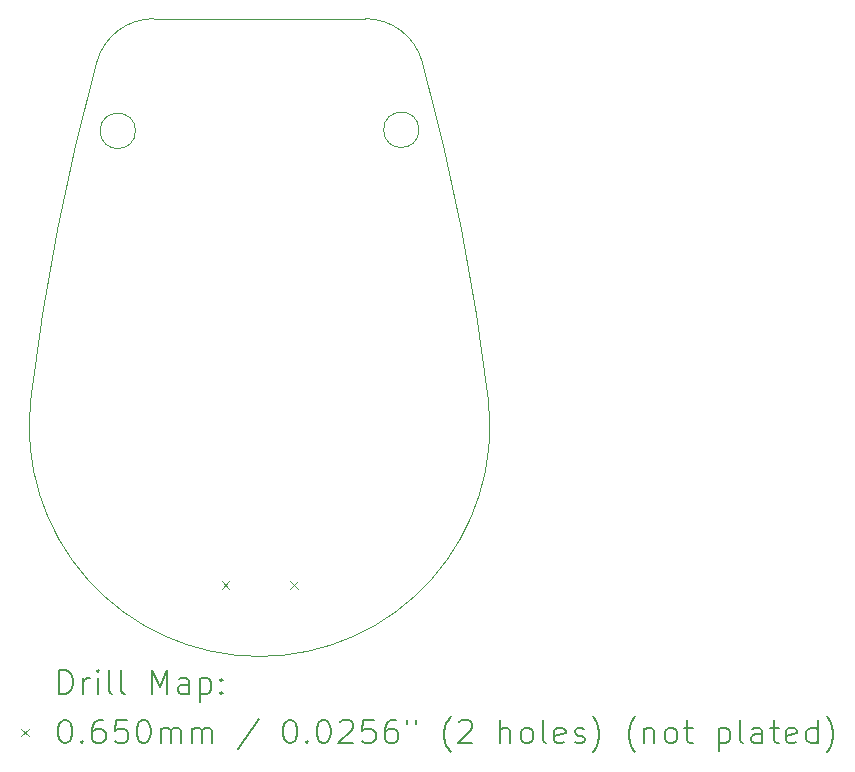
<source format=gbr>
%TF.GenerationSoftware,KiCad,Pcbnew,8.0.4*%
%TF.CreationDate,2024-08-11T09:47:10+05:30*%
%TF.ProjectId,Wrkshp_PCB_test,57726b73-6870-45f5-9043-425f74657374,rev?*%
%TF.SameCoordinates,Original*%
%TF.FileFunction,Drillmap*%
%TF.FilePolarity,Positive*%
%FSLAX45Y45*%
G04 Gerber Fmt 4.5, Leading zero omitted, Abs format (unit mm)*
G04 Created by KiCad (PCBNEW 8.0.4) date 2024-08-11 09:47:10*
%MOMM*%
%LPD*%
G01*
G04 APERTURE LIST*
%ADD10C,0.100000*%
%ADD11C,0.200000*%
G04 APERTURE END LIST*
D10*
X15696025Y-6884256D02*
G75*
G02*
X16254040Y-9733505I-19001131J-5200569D01*
G01*
X16254040Y-9733505D02*
G75*
G02*
X12381920Y-9733505I-1936060J-232745D01*
G01*
X13267980Y-7466250D02*
G75*
G02*
X12967980Y-7466250I-150000J0D01*
G01*
X12967980Y-7466250D02*
G75*
G02*
X13267980Y-7466250I150000J0D01*
G01*
X15213762Y-6516250D02*
G75*
G02*
X15696023Y-6884256I-2J-500000D01*
G01*
X15213762Y-6516250D02*
X13422198Y-6516250D01*
X15667980Y-7457500D02*
G75*
G02*
X15367980Y-7457500I-150000J0D01*
G01*
X15367980Y-7457500D02*
G75*
G02*
X15667980Y-7457500I150000J0D01*
G01*
X12939935Y-6884256D02*
G75*
G02*
X13422198Y-6516248I482265J-131994D01*
G01*
X12381920Y-9733505D02*
G75*
G02*
X12939934Y-6884255I19559150J-2351315D01*
G01*
D11*
D10*
X13996480Y-11281780D02*
X14061480Y-11346780D01*
X14061480Y-11281780D02*
X13996480Y-11346780D01*
X14574480Y-11281780D02*
X14639480Y-11346780D01*
X14639480Y-11281780D02*
X14574480Y-11346780D01*
D11*
X12623757Y-12232734D02*
X12623757Y-12032734D01*
X12623757Y-12032734D02*
X12671376Y-12032734D01*
X12671376Y-12032734D02*
X12699947Y-12042258D01*
X12699947Y-12042258D02*
X12718995Y-12061305D01*
X12718995Y-12061305D02*
X12728519Y-12080353D01*
X12728519Y-12080353D02*
X12738042Y-12118448D01*
X12738042Y-12118448D02*
X12738042Y-12147019D01*
X12738042Y-12147019D02*
X12728519Y-12185115D01*
X12728519Y-12185115D02*
X12718995Y-12204162D01*
X12718995Y-12204162D02*
X12699947Y-12223210D01*
X12699947Y-12223210D02*
X12671376Y-12232734D01*
X12671376Y-12232734D02*
X12623757Y-12232734D01*
X12823757Y-12232734D02*
X12823757Y-12099400D01*
X12823757Y-12137496D02*
X12833281Y-12118448D01*
X12833281Y-12118448D02*
X12842804Y-12108924D01*
X12842804Y-12108924D02*
X12861852Y-12099400D01*
X12861852Y-12099400D02*
X12880900Y-12099400D01*
X12947566Y-12232734D02*
X12947566Y-12099400D01*
X12947566Y-12032734D02*
X12938042Y-12042258D01*
X12938042Y-12042258D02*
X12947566Y-12051781D01*
X12947566Y-12051781D02*
X12957090Y-12042258D01*
X12957090Y-12042258D02*
X12947566Y-12032734D01*
X12947566Y-12032734D02*
X12947566Y-12051781D01*
X13071376Y-12232734D02*
X13052328Y-12223210D01*
X13052328Y-12223210D02*
X13042804Y-12204162D01*
X13042804Y-12204162D02*
X13042804Y-12032734D01*
X13176138Y-12232734D02*
X13157090Y-12223210D01*
X13157090Y-12223210D02*
X13147566Y-12204162D01*
X13147566Y-12204162D02*
X13147566Y-12032734D01*
X13404709Y-12232734D02*
X13404709Y-12032734D01*
X13404709Y-12032734D02*
X13471376Y-12175591D01*
X13471376Y-12175591D02*
X13538042Y-12032734D01*
X13538042Y-12032734D02*
X13538042Y-12232734D01*
X13718995Y-12232734D02*
X13718995Y-12127972D01*
X13718995Y-12127972D02*
X13709471Y-12108924D01*
X13709471Y-12108924D02*
X13690423Y-12099400D01*
X13690423Y-12099400D02*
X13652328Y-12099400D01*
X13652328Y-12099400D02*
X13633281Y-12108924D01*
X13718995Y-12223210D02*
X13699947Y-12232734D01*
X13699947Y-12232734D02*
X13652328Y-12232734D01*
X13652328Y-12232734D02*
X13633281Y-12223210D01*
X13633281Y-12223210D02*
X13623757Y-12204162D01*
X13623757Y-12204162D02*
X13623757Y-12185115D01*
X13623757Y-12185115D02*
X13633281Y-12166067D01*
X13633281Y-12166067D02*
X13652328Y-12156543D01*
X13652328Y-12156543D02*
X13699947Y-12156543D01*
X13699947Y-12156543D02*
X13718995Y-12147019D01*
X13814233Y-12099400D02*
X13814233Y-12299400D01*
X13814233Y-12108924D02*
X13833281Y-12099400D01*
X13833281Y-12099400D02*
X13871376Y-12099400D01*
X13871376Y-12099400D02*
X13890423Y-12108924D01*
X13890423Y-12108924D02*
X13899947Y-12118448D01*
X13899947Y-12118448D02*
X13909471Y-12137496D01*
X13909471Y-12137496D02*
X13909471Y-12194638D01*
X13909471Y-12194638D02*
X13899947Y-12213686D01*
X13899947Y-12213686D02*
X13890423Y-12223210D01*
X13890423Y-12223210D02*
X13871376Y-12232734D01*
X13871376Y-12232734D02*
X13833281Y-12232734D01*
X13833281Y-12232734D02*
X13814233Y-12223210D01*
X13995185Y-12213686D02*
X14004709Y-12223210D01*
X14004709Y-12223210D02*
X13995185Y-12232734D01*
X13995185Y-12232734D02*
X13985662Y-12223210D01*
X13985662Y-12223210D02*
X13995185Y-12213686D01*
X13995185Y-12213686D02*
X13995185Y-12232734D01*
X13995185Y-12108924D02*
X14004709Y-12118448D01*
X14004709Y-12118448D02*
X13995185Y-12127972D01*
X13995185Y-12127972D02*
X13985662Y-12118448D01*
X13985662Y-12118448D02*
X13995185Y-12108924D01*
X13995185Y-12108924D02*
X13995185Y-12127972D01*
D10*
X12297980Y-12528750D02*
X12362980Y-12593750D01*
X12362980Y-12528750D02*
X12297980Y-12593750D01*
D11*
X12661852Y-12452734D02*
X12680900Y-12452734D01*
X12680900Y-12452734D02*
X12699947Y-12462258D01*
X12699947Y-12462258D02*
X12709471Y-12471781D01*
X12709471Y-12471781D02*
X12718995Y-12490829D01*
X12718995Y-12490829D02*
X12728519Y-12528924D01*
X12728519Y-12528924D02*
X12728519Y-12576543D01*
X12728519Y-12576543D02*
X12718995Y-12614638D01*
X12718995Y-12614638D02*
X12709471Y-12633686D01*
X12709471Y-12633686D02*
X12699947Y-12643210D01*
X12699947Y-12643210D02*
X12680900Y-12652734D01*
X12680900Y-12652734D02*
X12661852Y-12652734D01*
X12661852Y-12652734D02*
X12642804Y-12643210D01*
X12642804Y-12643210D02*
X12633281Y-12633686D01*
X12633281Y-12633686D02*
X12623757Y-12614638D01*
X12623757Y-12614638D02*
X12614233Y-12576543D01*
X12614233Y-12576543D02*
X12614233Y-12528924D01*
X12614233Y-12528924D02*
X12623757Y-12490829D01*
X12623757Y-12490829D02*
X12633281Y-12471781D01*
X12633281Y-12471781D02*
X12642804Y-12462258D01*
X12642804Y-12462258D02*
X12661852Y-12452734D01*
X12814233Y-12633686D02*
X12823757Y-12643210D01*
X12823757Y-12643210D02*
X12814233Y-12652734D01*
X12814233Y-12652734D02*
X12804709Y-12643210D01*
X12804709Y-12643210D02*
X12814233Y-12633686D01*
X12814233Y-12633686D02*
X12814233Y-12652734D01*
X12995185Y-12452734D02*
X12957090Y-12452734D01*
X12957090Y-12452734D02*
X12938042Y-12462258D01*
X12938042Y-12462258D02*
X12928519Y-12471781D01*
X12928519Y-12471781D02*
X12909471Y-12500353D01*
X12909471Y-12500353D02*
X12899947Y-12538448D01*
X12899947Y-12538448D02*
X12899947Y-12614638D01*
X12899947Y-12614638D02*
X12909471Y-12633686D01*
X12909471Y-12633686D02*
X12918995Y-12643210D01*
X12918995Y-12643210D02*
X12938042Y-12652734D01*
X12938042Y-12652734D02*
X12976138Y-12652734D01*
X12976138Y-12652734D02*
X12995185Y-12643210D01*
X12995185Y-12643210D02*
X13004709Y-12633686D01*
X13004709Y-12633686D02*
X13014233Y-12614638D01*
X13014233Y-12614638D02*
X13014233Y-12567019D01*
X13014233Y-12567019D02*
X13004709Y-12547972D01*
X13004709Y-12547972D02*
X12995185Y-12538448D01*
X12995185Y-12538448D02*
X12976138Y-12528924D01*
X12976138Y-12528924D02*
X12938042Y-12528924D01*
X12938042Y-12528924D02*
X12918995Y-12538448D01*
X12918995Y-12538448D02*
X12909471Y-12547972D01*
X12909471Y-12547972D02*
X12899947Y-12567019D01*
X13195185Y-12452734D02*
X13099947Y-12452734D01*
X13099947Y-12452734D02*
X13090423Y-12547972D01*
X13090423Y-12547972D02*
X13099947Y-12538448D01*
X13099947Y-12538448D02*
X13118995Y-12528924D01*
X13118995Y-12528924D02*
X13166614Y-12528924D01*
X13166614Y-12528924D02*
X13185662Y-12538448D01*
X13185662Y-12538448D02*
X13195185Y-12547972D01*
X13195185Y-12547972D02*
X13204709Y-12567019D01*
X13204709Y-12567019D02*
X13204709Y-12614638D01*
X13204709Y-12614638D02*
X13195185Y-12633686D01*
X13195185Y-12633686D02*
X13185662Y-12643210D01*
X13185662Y-12643210D02*
X13166614Y-12652734D01*
X13166614Y-12652734D02*
X13118995Y-12652734D01*
X13118995Y-12652734D02*
X13099947Y-12643210D01*
X13099947Y-12643210D02*
X13090423Y-12633686D01*
X13328519Y-12452734D02*
X13347566Y-12452734D01*
X13347566Y-12452734D02*
X13366614Y-12462258D01*
X13366614Y-12462258D02*
X13376138Y-12471781D01*
X13376138Y-12471781D02*
X13385662Y-12490829D01*
X13385662Y-12490829D02*
X13395185Y-12528924D01*
X13395185Y-12528924D02*
X13395185Y-12576543D01*
X13395185Y-12576543D02*
X13385662Y-12614638D01*
X13385662Y-12614638D02*
X13376138Y-12633686D01*
X13376138Y-12633686D02*
X13366614Y-12643210D01*
X13366614Y-12643210D02*
X13347566Y-12652734D01*
X13347566Y-12652734D02*
X13328519Y-12652734D01*
X13328519Y-12652734D02*
X13309471Y-12643210D01*
X13309471Y-12643210D02*
X13299947Y-12633686D01*
X13299947Y-12633686D02*
X13290423Y-12614638D01*
X13290423Y-12614638D02*
X13280900Y-12576543D01*
X13280900Y-12576543D02*
X13280900Y-12528924D01*
X13280900Y-12528924D02*
X13290423Y-12490829D01*
X13290423Y-12490829D02*
X13299947Y-12471781D01*
X13299947Y-12471781D02*
X13309471Y-12462258D01*
X13309471Y-12462258D02*
X13328519Y-12452734D01*
X13480900Y-12652734D02*
X13480900Y-12519400D01*
X13480900Y-12538448D02*
X13490423Y-12528924D01*
X13490423Y-12528924D02*
X13509471Y-12519400D01*
X13509471Y-12519400D02*
X13538043Y-12519400D01*
X13538043Y-12519400D02*
X13557090Y-12528924D01*
X13557090Y-12528924D02*
X13566614Y-12547972D01*
X13566614Y-12547972D02*
X13566614Y-12652734D01*
X13566614Y-12547972D02*
X13576138Y-12528924D01*
X13576138Y-12528924D02*
X13595185Y-12519400D01*
X13595185Y-12519400D02*
X13623757Y-12519400D01*
X13623757Y-12519400D02*
X13642804Y-12528924D01*
X13642804Y-12528924D02*
X13652328Y-12547972D01*
X13652328Y-12547972D02*
X13652328Y-12652734D01*
X13747566Y-12652734D02*
X13747566Y-12519400D01*
X13747566Y-12538448D02*
X13757090Y-12528924D01*
X13757090Y-12528924D02*
X13776138Y-12519400D01*
X13776138Y-12519400D02*
X13804709Y-12519400D01*
X13804709Y-12519400D02*
X13823757Y-12528924D01*
X13823757Y-12528924D02*
X13833281Y-12547972D01*
X13833281Y-12547972D02*
X13833281Y-12652734D01*
X13833281Y-12547972D02*
X13842804Y-12528924D01*
X13842804Y-12528924D02*
X13861852Y-12519400D01*
X13861852Y-12519400D02*
X13890423Y-12519400D01*
X13890423Y-12519400D02*
X13909471Y-12528924D01*
X13909471Y-12528924D02*
X13918995Y-12547972D01*
X13918995Y-12547972D02*
X13918995Y-12652734D01*
X14309471Y-12443210D02*
X14138043Y-12700353D01*
X14566614Y-12452734D02*
X14585662Y-12452734D01*
X14585662Y-12452734D02*
X14604709Y-12462258D01*
X14604709Y-12462258D02*
X14614233Y-12471781D01*
X14614233Y-12471781D02*
X14623757Y-12490829D01*
X14623757Y-12490829D02*
X14633281Y-12528924D01*
X14633281Y-12528924D02*
X14633281Y-12576543D01*
X14633281Y-12576543D02*
X14623757Y-12614638D01*
X14623757Y-12614638D02*
X14614233Y-12633686D01*
X14614233Y-12633686D02*
X14604709Y-12643210D01*
X14604709Y-12643210D02*
X14585662Y-12652734D01*
X14585662Y-12652734D02*
X14566614Y-12652734D01*
X14566614Y-12652734D02*
X14547566Y-12643210D01*
X14547566Y-12643210D02*
X14538043Y-12633686D01*
X14538043Y-12633686D02*
X14528519Y-12614638D01*
X14528519Y-12614638D02*
X14518995Y-12576543D01*
X14518995Y-12576543D02*
X14518995Y-12528924D01*
X14518995Y-12528924D02*
X14528519Y-12490829D01*
X14528519Y-12490829D02*
X14538043Y-12471781D01*
X14538043Y-12471781D02*
X14547566Y-12462258D01*
X14547566Y-12462258D02*
X14566614Y-12452734D01*
X14718995Y-12633686D02*
X14728519Y-12643210D01*
X14728519Y-12643210D02*
X14718995Y-12652734D01*
X14718995Y-12652734D02*
X14709471Y-12643210D01*
X14709471Y-12643210D02*
X14718995Y-12633686D01*
X14718995Y-12633686D02*
X14718995Y-12652734D01*
X14852328Y-12452734D02*
X14871376Y-12452734D01*
X14871376Y-12452734D02*
X14890424Y-12462258D01*
X14890424Y-12462258D02*
X14899947Y-12471781D01*
X14899947Y-12471781D02*
X14909471Y-12490829D01*
X14909471Y-12490829D02*
X14918995Y-12528924D01*
X14918995Y-12528924D02*
X14918995Y-12576543D01*
X14918995Y-12576543D02*
X14909471Y-12614638D01*
X14909471Y-12614638D02*
X14899947Y-12633686D01*
X14899947Y-12633686D02*
X14890424Y-12643210D01*
X14890424Y-12643210D02*
X14871376Y-12652734D01*
X14871376Y-12652734D02*
X14852328Y-12652734D01*
X14852328Y-12652734D02*
X14833281Y-12643210D01*
X14833281Y-12643210D02*
X14823757Y-12633686D01*
X14823757Y-12633686D02*
X14814233Y-12614638D01*
X14814233Y-12614638D02*
X14804709Y-12576543D01*
X14804709Y-12576543D02*
X14804709Y-12528924D01*
X14804709Y-12528924D02*
X14814233Y-12490829D01*
X14814233Y-12490829D02*
X14823757Y-12471781D01*
X14823757Y-12471781D02*
X14833281Y-12462258D01*
X14833281Y-12462258D02*
X14852328Y-12452734D01*
X14995186Y-12471781D02*
X15004709Y-12462258D01*
X15004709Y-12462258D02*
X15023757Y-12452734D01*
X15023757Y-12452734D02*
X15071376Y-12452734D01*
X15071376Y-12452734D02*
X15090424Y-12462258D01*
X15090424Y-12462258D02*
X15099947Y-12471781D01*
X15099947Y-12471781D02*
X15109471Y-12490829D01*
X15109471Y-12490829D02*
X15109471Y-12509877D01*
X15109471Y-12509877D02*
X15099947Y-12538448D01*
X15099947Y-12538448D02*
X14985662Y-12652734D01*
X14985662Y-12652734D02*
X15109471Y-12652734D01*
X15290424Y-12452734D02*
X15195186Y-12452734D01*
X15195186Y-12452734D02*
X15185662Y-12547972D01*
X15185662Y-12547972D02*
X15195186Y-12538448D01*
X15195186Y-12538448D02*
X15214233Y-12528924D01*
X15214233Y-12528924D02*
X15261852Y-12528924D01*
X15261852Y-12528924D02*
X15280900Y-12538448D01*
X15280900Y-12538448D02*
X15290424Y-12547972D01*
X15290424Y-12547972D02*
X15299947Y-12567019D01*
X15299947Y-12567019D02*
X15299947Y-12614638D01*
X15299947Y-12614638D02*
X15290424Y-12633686D01*
X15290424Y-12633686D02*
X15280900Y-12643210D01*
X15280900Y-12643210D02*
X15261852Y-12652734D01*
X15261852Y-12652734D02*
X15214233Y-12652734D01*
X15214233Y-12652734D02*
X15195186Y-12643210D01*
X15195186Y-12643210D02*
X15185662Y-12633686D01*
X15471376Y-12452734D02*
X15433281Y-12452734D01*
X15433281Y-12452734D02*
X15414233Y-12462258D01*
X15414233Y-12462258D02*
X15404709Y-12471781D01*
X15404709Y-12471781D02*
X15385662Y-12500353D01*
X15385662Y-12500353D02*
X15376138Y-12538448D01*
X15376138Y-12538448D02*
X15376138Y-12614638D01*
X15376138Y-12614638D02*
X15385662Y-12633686D01*
X15385662Y-12633686D02*
X15395186Y-12643210D01*
X15395186Y-12643210D02*
X15414233Y-12652734D01*
X15414233Y-12652734D02*
X15452328Y-12652734D01*
X15452328Y-12652734D02*
X15471376Y-12643210D01*
X15471376Y-12643210D02*
X15480900Y-12633686D01*
X15480900Y-12633686D02*
X15490424Y-12614638D01*
X15490424Y-12614638D02*
X15490424Y-12567019D01*
X15490424Y-12567019D02*
X15480900Y-12547972D01*
X15480900Y-12547972D02*
X15471376Y-12538448D01*
X15471376Y-12538448D02*
X15452328Y-12528924D01*
X15452328Y-12528924D02*
X15414233Y-12528924D01*
X15414233Y-12528924D02*
X15395186Y-12538448D01*
X15395186Y-12538448D02*
X15385662Y-12547972D01*
X15385662Y-12547972D02*
X15376138Y-12567019D01*
X15566614Y-12452734D02*
X15566614Y-12490829D01*
X15642805Y-12452734D02*
X15642805Y-12490829D01*
X15938043Y-12728924D02*
X15928519Y-12719400D01*
X15928519Y-12719400D02*
X15909471Y-12690829D01*
X15909471Y-12690829D02*
X15899948Y-12671781D01*
X15899948Y-12671781D02*
X15890424Y-12643210D01*
X15890424Y-12643210D02*
X15880900Y-12595591D01*
X15880900Y-12595591D02*
X15880900Y-12557496D01*
X15880900Y-12557496D02*
X15890424Y-12509877D01*
X15890424Y-12509877D02*
X15899948Y-12481305D01*
X15899948Y-12481305D02*
X15909471Y-12462258D01*
X15909471Y-12462258D02*
X15928519Y-12433686D01*
X15928519Y-12433686D02*
X15938043Y-12424162D01*
X16004709Y-12471781D02*
X16014233Y-12462258D01*
X16014233Y-12462258D02*
X16033281Y-12452734D01*
X16033281Y-12452734D02*
X16080900Y-12452734D01*
X16080900Y-12452734D02*
X16099948Y-12462258D01*
X16099948Y-12462258D02*
X16109471Y-12471781D01*
X16109471Y-12471781D02*
X16118995Y-12490829D01*
X16118995Y-12490829D02*
X16118995Y-12509877D01*
X16118995Y-12509877D02*
X16109471Y-12538448D01*
X16109471Y-12538448D02*
X15995186Y-12652734D01*
X15995186Y-12652734D02*
X16118995Y-12652734D01*
X16357090Y-12652734D02*
X16357090Y-12452734D01*
X16442805Y-12652734D02*
X16442805Y-12547972D01*
X16442805Y-12547972D02*
X16433281Y-12528924D01*
X16433281Y-12528924D02*
X16414233Y-12519400D01*
X16414233Y-12519400D02*
X16385662Y-12519400D01*
X16385662Y-12519400D02*
X16366614Y-12528924D01*
X16366614Y-12528924D02*
X16357090Y-12538448D01*
X16566614Y-12652734D02*
X16547567Y-12643210D01*
X16547567Y-12643210D02*
X16538043Y-12633686D01*
X16538043Y-12633686D02*
X16528519Y-12614638D01*
X16528519Y-12614638D02*
X16528519Y-12557496D01*
X16528519Y-12557496D02*
X16538043Y-12538448D01*
X16538043Y-12538448D02*
X16547567Y-12528924D01*
X16547567Y-12528924D02*
X16566614Y-12519400D01*
X16566614Y-12519400D02*
X16595186Y-12519400D01*
X16595186Y-12519400D02*
X16614233Y-12528924D01*
X16614233Y-12528924D02*
X16623757Y-12538448D01*
X16623757Y-12538448D02*
X16633281Y-12557496D01*
X16633281Y-12557496D02*
X16633281Y-12614638D01*
X16633281Y-12614638D02*
X16623757Y-12633686D01*
X16623757Y-12633686D02*
X16614233Y-12643210D01*
X16614233Y-12643210D02*
X16595186Y-12652734D01*
X16595186Y-12652734D02*
X16566614Y-12652734D01*
X16747567Y-12652734D02*
X16728519Y-12643210D01*
X16728519Y-12643210D02*
X16718995Y-12624162D01*
X16718995Y-12624162D02*
X16718995Y-12452734D01*
X16899948Y-12643210D02*
X16880900Y-12652734D01*
X16880900Y-12652734D02*
X16842805Y-12652734D01*
X16842805Y-12652734D02*
X16823757Y-12643210D01*
X16823757Y-12643210D02*
X16814233Y-12624162D01*
X16814233Y-12624162D02*
X16814233Y-12547972D01*
X16814233Y-12547972D02*
X16823757Y-12528924D01*
X16823757Y-12528924D02*
X16842805Y-12519400D01*
X16842805Y-12519400D02*
X16880900Y-12519400D01*
X16880900Y-12519400D02*
X16899948Y-12528924D01*
X16899948Y-12528924D02*
X16909472Y-12547972D01*
X16909472Y-12547972D02*
X16909472Y-12567019D01*
X16909472Y-12567019D02*
X16814233Y-12586067D01*
X16985662Y-12643210D02*
X17004710Y-12652734D01*
X17004710Y-12652734D02*
X17042805Y-12652734D01*
X17042805Y-12652734D02*
X17061853Y-12643210D01*
X17061853Y-12643210D02*
X17071376Y-12624162D01*
X17071376Y-12624162D02*
X17071376Y-12614638D01*
X17071376Y-12614638D02*
X17061853Y-12595591D01*
X17061853Y-12595591D02*
X17042805Y-12586067D01*
X17042805Y-12586067D02*
X17014233Y-12586067D01*
X17014233Y-12586067D02*
X16995186Y-12576543D01*
X16995186Y-12576543D02*
X16985662Y-12557496D01*
X16985662Y-12557496D02*
X16985662Y-12547972D01*
X16985662Y-12547972D02*
X16995186Y-12528924D01*
X16995186Y-12528924D02*
X17014233Y-12519400D01*
X17014233Y-12519400D02*
X17042805Y-12519400D01*
X17042805Y-12519400D02*
X17061853Y-12528924D01*
X17138043Y-12728924D02*
X17147567Y-12719400D01*
X17147567Y-12719400D02*
X17166614Y-12690829D01*
X17166614Y-12690829D02*
X17176138Y-12671781D01*
X17176138Y-12671781D02*
X17185662Y-12643210D01*
X17185662Y-12643210D02*
X17195186Y-12595591D01*
X17195186Y-12595591D02*
X17195186Y-12557496D01*
X17195186Y-12557496D02*
X17185662Y-12509877D01*
X17185662Y-12509877D02*
X17176138Y-12481305D01*
X17176138Y-12481305D02*
X17166614Y-12462258D01*
X17166614Y-12462258D02*
X17147567Y-12433686D01*
X17147567Y-12433686D02*
X17138043Y-12424162D01*
X17499948Y-12728924D02*
X17490424Y-12719400D01*
X17490424Y-12719400D02*
X17471376Y-12690829D01*
X17471376Y-12690829D02*
X17461853Y-12671781D01*
X17461853Y-12671781D02*
X17452329Y-12643210D01*
X17452329Y-12643210D02*
X17442805Y-12595591D01*
X17442805Y-12595591D02*
X17442805Y-12557496D01*
X17442805Y-12557496D02*
X17452329Y-12509877D01*
X17452329Y-12509877D02*
X17461853Y-12481305D01*
X17461853Y-12481305D02*
X17471376Y-12462258D01*
X17471376Y-12462258D02*
X17490424Y-12433686D01*
X17490424Y-12433686D02*
X17499948Y-12424162D01*
X17576138Y-12519400D02*
X17576138Y-12652734D01*
X17576138Y-12538448D02*
X17585662Y-12528924D01*
X17585662Y-12528924D02*
X17604710Y-12519400D01*
X17604710Y-12519400D02*
X17633281Y-12519400D01*
X17633281Y-12519400D02*
X17652329Y-12528924D01*
X17652329Y-12528924D02*
X17661853Y-12547972D01*
X17661853Y-12547972D02*
X17661853Y-12652734D01*
X17785662Y-12652734D02*
X17766614Y-12643210D01*
X17766614Y-12643210D02*
X17757091Y-12633686D01*
X17757091Y-12633686D02*
X17747567Y-12614638D01*
X17747567Y-12614638D02*
X17747567Y-12557496D01*
X17747567Y-12557496D02*
X17757091Y-12538448D01*
X17757091Y-12538448D02*
X17766614Y-12528924D01*
X17766614Y-12528924D02*
X17785662Y-12519400D01*
X17785662Y-12519400D02*
X17814234Y-12519400D01*
X17814234Y-12519400D02*
X17833281Y-12528924D01*
X17833281Y-12528924D02*
X17842805Y-12538448D01*
X17842805Y-12538448D02*
X17852329Y-12557496D01*
X17852329Y-12557496D02*
X17852329Y-12614638D01*
X17852329Y-12614638D02*
X17842805Y-12633686D01*
X17842805Y-12633686D02*
X17833281Y-12643210D01*
X17833281Y-12643210D02*
X17814234Y-12652734D01*
X17814234Y-12652734D02*
X17785662Y-12652734D01*
X17909472Y-12519400D02*
X17985662Y-12519400D01*
X17938043Y-12452734D02*
X17938043Y-12624162D01*
X17938043Y-12624162D02*
X17947567Y-12643210D01*
X17947567Y-12643210D02*
X17966614Y-12652734D01*
X17966614Y-12652734D02*
X17985662Y-12652734D01*
X18204710Y-12519400D02*
X18204710Y-12719400D01*
X18204710Y-12528924D02*
X18223757Y-12519400D01*
X18223757Y-12519400D02*
X18261853Y-12519400D01*
X18261853Y-12519400D02*
X18280900Y-12528924D01*
X18280900Y-12528924D02*
X18290424Y-12538448D01*
X18290424Y-12538448D02*
X18299948Y-12557496D01*
X18299948Y-12557496D02*
X18299948Y-12614638D01*
X18299948Y-12614638D02*
X18290424Y-12633686D01*
X18290424Y-12633686D02*
X18280900Y-12643210D01*
X18280900Y-12643210D02*
X18261853Y-12652734D01*
X18261853Y-12652734D02*
X18223757Y-12652734D01*
X18223757Y-12652734D02*
X18204710Y-12643210D01*
X18414234Y-12652734D02*
X18395186Y-12643210D01*
X18395186Y-12643210D02*
X18385662Y-12624162D01*
X18385662Y-12624162D02*
X18385662Y-12452734D01*
X18576138Y-12652734D02*
X18576138Y-12547972D01*
X18576138Y-12547972D02*
X18566615Y-12528924D01*
X18566615Y-12528924D02*
X18547567Y-12519400D01*
X18547567Y-12519400D02*
X18509472Y-12519400D01*
X18509472Y-12519400D02*
X18490424Y-12528924D01*
X18576138Y-12643210D02*
X18557091Y-12652734D01*
X18557091Y-12652734D02*
X18509472Y-12652734D01*
X18509472Y-12652734D02*
X18490424Y-12643210D01*
X18490424Y-12643210D02*
X18480900Y-12624162D01*
X18480900Y-12624162D02*
X18480900Y-12605115D01*
X18480900Y-12605115D02*
X18490424Y-12586067D01*
X18490424Y-12586067D02*
X18509472Y-12576543D01*
X18509472Y-12576543D02*
X18557091Y-12576543D01*
X18557091Y-12576543D02*
X18576138Y-12567019D01*
X18642805Y-12519400D02*
X18718995Y-12519400D01*
X18671376Y-12452734D02*
X18671376Y-12624162D01*
X18671376Y-12624162D02*
X18680900Y-12643210D01*
X18680900Y-12643210D02*
X18699948Y-12652734D01*
X18699948Y-12652734D02*
X18718995Y-12652734D01*
X18861853Y-12643210D02*
X18842805Y-12652734D01*
X18842805Y-12652734D02*
X18804710Y-12652734D01*
X18804710Y-12652734D02*
X18785662Y-12643210D01*
X18785662Y-12643210D02*
X18776138Y-12624162D01*
X18776138Y-12624162D02*
X18776138Y-12547972D01*
X18776138Y-12547972D02*
X18785662Y-12528924D01*
X18785662Y-12528924D02*
X18804710Y-12519400D01*
X18804710Y-12519400D02*
X18842805Y-12519400D01*
X18842805Y-12519400D02*
X18861853Y-12528924D01*
X18861853Y-12528924D02*
X18871376Y-12547972D01*
X18871376Y-12547972D02*
X18871376Y-12567019D01*
X18871376Y-12567019D02*
X18776138Y-12586067D01*
X19042805Y-12652734D02*
X19042805Y-12452734D01*
X19042805Y-12643210D02*
X19023757Y-12652734D01*
X19023757Y-12652734D02*
X18985662Y-12652734D01*
X18985662Y-12652734D02*
X18966615Y-12643210D01*
X18966615Y-12643210D02*
X18957091Y-12633686D01*
X18957091Y-12633686D02*
X18947567Y-12614638D01*
X18947567Y-12614638D02*
X18947567Y-12557496D01*
X18947567Y-12557496D02*
X18957091Y-12538448D01*
X18957091Y-12538448D02*
X18966615Y-12528924D01*
X18966615Y-12528924D02*
X18985662Y-12519400D01*
X18985662Y-12519400D02*
X19023757Y-12519400D01*
X19023757Y-12519400D02*
X19042805Y-12528924D01*
X19118996Y-12728924D02*
X19128519Y-12719400D01*
X19128519Y-12719400D02*
X19147567Y-12690829D01*
X19147567Y-12690829D02*
X19157091Y-12671781D01*
X19157091Y-12671781D02*
X19166615Y-12643210D01*
X19166615Y-12643210D02*
X19176138Y-12595591D01*
X19176138Y-12595591D02*
X19176138Y-12557496D01*
X19176138Y-12557496D02*
X19166615Y-12509877D01*
X19166615Y-12509877D02*
X19157091Y-12481305D01*
X19157091Y-12481305D02*
X19147567Y-12462258D01*
X19147567Y-12462258D02*
X19128519Y-12433686D01*
X19128519Y-12433686D02*
X19118996Y-12424162D01*
M02*

</source>
